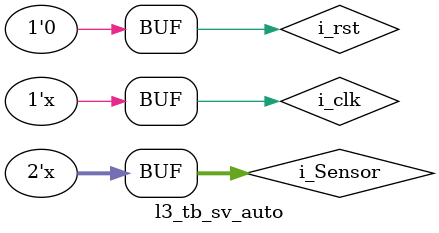
<source format=sv>
`timescale 1ns / 1ps


module l3_tb_sv_auto#(
        
        parameter G_NUM = 2, // Number of Sensors
        parameter G_WID = 2  // Number of Lights
    );
    
    localparam BLINK = 5.0; // Seconds
    
    bit i_clk = '0; 
    bit i_rst = '0; // Use Later
    bit [G_NUM-1:0] i_Sensor = '0;
    
    l3_sv_auto#(
        .G_NUM(G_NUM),
        .G_WID(G_WID)
    )
    UUT(
        .i_clk(i_clk),
        .i_rst(i_rst),
        .i_Sensor(i_Sensor)
    );
    
    always#(BLINK) i_clk = ~i_clk;
    always#(BLINK*20) i_Sensor[0] = ~i_Sensor[0];
    always#(BLINK*50) i_Sensor[1] = ~i_Sensor[1];
    
endmodule

</source>
